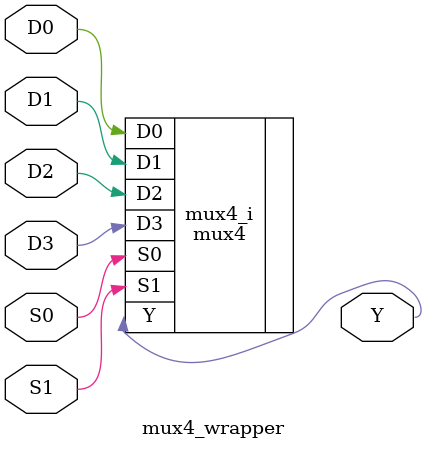
<source format=v>
`timescale 1 ps / 1 ps

module mux4_wrapper
   (D0,
    D1,
    D2,
    D3,
    S0,
    S1,
    Y);
  input D0;
  input D1;
  input D2;
  input D3;
  input S0;
  input S1;
  output Y;

  wire D0;
  wire D1;
  wire D2;
  wire D3;
  wire S0;
  wire S1;
  wire Y;

  mux4 mux4_i
       (.D0(D0),
        .D1(D1),
        .D2(D2),
        .D3(D3),
        .S0(S0),
        .S1(S1),
        .Y(Y));
endmodule

</source>
